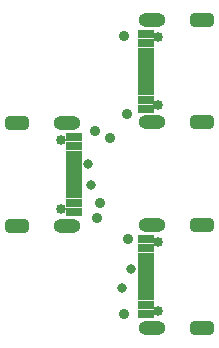
<source format=gts>
G04*
G04 #@! TF.GenerationSoftware,Altium Limited,Altium Designer,25.6.2 (33)*
G04*
G04 Layer_Color=8388736*
%FSLAX44Y44*%
%MOMM*%
G71*
G04*
G04 #@! TF.SameCoordinates,9BB86C1C-490A-4274-8EA7-9D778CBDAB0B*
G04*
G04*
G04 #@! TF.FilePolarity,Negative*
G04*
G01*
G75*
%ADD14R,1.3532X0.5032*%
%ADD15R,1.3532X0.8032*%
%ADD16C,0.8532*%
%ADD17O,2.3032X1.2032*%
G04:AMPARAMS|DCode=18|XSize=2.0032mm|YSize=1.2032mm|CornerRadius=0.3516mm|HoleSize=0mm|Usage=FLASHONLY|Rotation=180.000|XOffset=0mm|YOffset=0mm|HoleType=Round|Shape=RoundedRectangle|*
%AMROUNDEDRECTD18*
21,1,2.0032,0.5000,0,0,180.0*
21,1,1.3000,1.2032,0,0,180.0*
1,1,0.7032,-0.6500,0.2500*
1,1,0.7032,0.6500,0.2500*
1,1,0.7032,0.6500,-0.2500*
1,1,0.7032,-0.6500,-0.2500*
%
%ADD18ROUNDEDRECTD18*%
%ADD19C,0.8032*%
%ADD20C,0.9032*%
D14*
X389220Y321570D02*
D03*
Y326570D02*
D03*
Y331570D02*
D03*
Y356570D02*
D03*
Y351570D02*
D03*
Y346570D02*
D03*
Y336570D02*
D03*
Y341570D02*
D03*
Y495270D02*
D03*
Y500270D02*
D03*
Y505270D02*
D03*
Y530270D02*
D03*
Y525270D02*
D03*
Y520270D02*
D03*
Y510270D02*
D03*
Y515270D02*
D03*
X328220Y442930D02*
D03*
Y437930D02*
D03*
Y432930D02*
D03*
Y407930D02*
D03*
Y412930D02*
D03*
Y417930D02*
D03*
Y427930D02*
D03*
Y422930D02*
D03*
D15*
X389220Y363070D02*
D03*
Y315070D02*
D03*
Y371070D02*
D03*
Y307070D02*
D03*
Y536770D02*
D03*
Y488770D02*
D03*
Y544770D02*
D03*
Y480770D02*
D03*
X328220Y401430D02*
D03*
Y449430D02*
D03*
Y393430D02*
D03*
Y457430D02*
D03*
D16*
X399970Y310170D02*
D03*
Y367970D02*
D03*
Y483870D02*
D03*
Y541670D02*
D03*
X317470Y454330D02*
D03*
Y396530D02*
D03*
D17*
X394970Y382270D02*
D03*
Y295870D02*
D03*
Y555970D02*
D03*
Y469570D02*
D03*
X322470Y382230D02*
D03*
Y468630D02*
D03*
D18*
X436770Y382270D02*
D03*
Y295870D02*
D03*
Y555970D02*
D03*
Y469570D02*
D03*
X280670Y382230D02*
D03*
Y468630D02*
D03*
D19*
X342900Y416560D02*
D03*
X340360Y434340D02*
D03*
X369570Y328930D02*
D03*
X377190Y345440D02*
D03*
D20*
X370840Y307340D02*
D03*
X374650Y370840D02*
D03*
X370840Y542290D02*
D03*
X373380Y476250D02*
D03*
X346710Y462280D02*
D03*
X347980Y388620D02*
D03*
X350520Y401320D02*
D03*
X359410Y455930D02*
D03*
M02*

</source>
